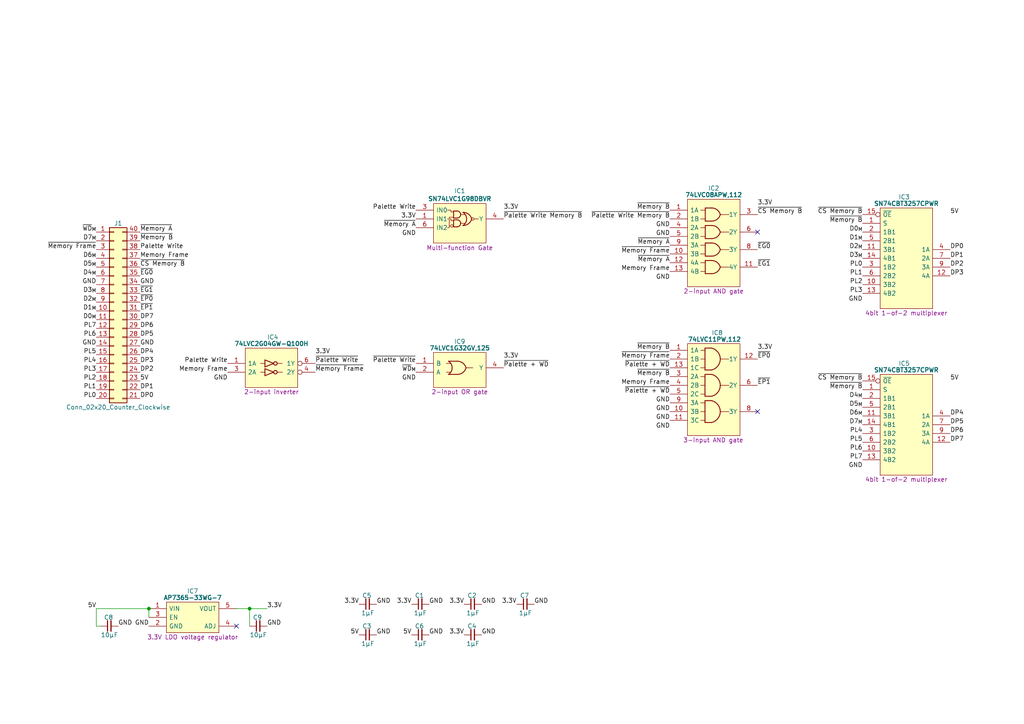
<source format=kicad_sch>
(kicad_sch (version 20231120) (generator "eeschema") (generator_version "8.0")
  (paper "A4")
  (title_block (title "Video Main Memory Select") (date "2024-03-06") (rev "V0"))
  (lib_symbols
    (symbol "Connector_Generic:Conn_02x20_Counter_Clockwise" (pin_names (offset 1.016) hide)
      (property "Reference" "J" (at 1.27 25.4 0))
      (property "Value" "Conn_02x20_Counter_Clockwise" (at 1.27 -27.94 0))
      (symbol "Conn_02x20_Counter_Clockwise_1_1"
        (rectangle (start -1.27 -25.273) (end 0 -25.527) (stroke (width 0.1524)))
        (rectangle (start -1.27 -22.733) (end 0 -22.987) (stroke (width 0.1524)))
        (rectangle (start -1.27 -20.193) (end 0 -20.447) (stroke (width 0.1524)))
        (rectangle (start -1.27 -17.653) (end 0 -17.907) (stroke (width 0.1524)))
        (rectangle (start -1.27 -15.113) (end 0 -15.367) (stroke (width 0.1524)))
        (rectangle (start -1.27 -12.573) (end 0 -12.827) (stroke (width 0.1524)))
        (rectangle (start -1.27 -10.033) (end 0 -10.287) (stroke (width 0.1524)))
        (rectangle (start -1.27 -7.493) (end 0 -7.747) (stroke (width 0.1524)))
        (rectangle (start -1.27 -4.953) (end 0 -5.207) (stroke (width 0.1524)))
        (rectangle (start -1.27 -2.413) (end 0 -2.667) (stroke (width 0.1524)))
        (rectangle (start -1.27 0.127) (end 0 -0.127) (stroke (width 0.1524)))
        (rectangle (start -1.27 2.667) (end 0 2.413) (stroke (width 0.1524)))
        (rectangle (start -1.27 5.207) (end 0 4.953) (stroke (width 0.1524)))
        (rectangle (start -1.27 7.747) (end 0 7.493) (stroke (width 0.1524)))
        (rectangle (start -1.27 10.287) (end 0 10.033) (stroke (width 0.1524)))
        (rectangle (start -1.27 12.827) (end 0 12.573) (stroke (width 0.1524)))
        (rectangle (start -1.27 15.367) (end 0 15.113) (stroke (width 0.1524)))
        (rectangle (start -1.27 17.907) (end 0 17.653) (stroke (width 0.1524)))
        (rectangle (start -1.27 20.447) (end 0 20.193) (stroke (width 0.1524)))
        (rectangle (start -1.27 22.987) (end 0 22.733) (stroke (width 0.1524)))
        (rectangle (start -1.27 24.13) (end 3.81 -26.67) (stroke (width 0.254)) (fill (type background)))
        (rectangle (start 3.81 -25.273) (end 2.54 -25.527) (stroke (width 0.1524)))
        (rectangle (start 3.81 -22.733) (end 2.54 -22.987) (stroke (width 0.1524)))
        (rectangle (start 3.81 -20.193) (end 2.54 -20.447) (stroke (width 0.1524)))
        (rectangle (start 3.81 -17.653) (end 2.54 -17.907) (stroke (width 0.1524)))
        (rectangle (start 3.81 -15.113) (end 2.54 -15.367) (stroke (width 0.1524)))
        (rectangle (start 3.81 -12.573) (end 2.54 -12.827) (stroke (width 0.1524)))
        (rectangle (start 3.81 -10.033) (end 2.54 -10.287) (stroke (width 0.1524)))
        (rectangle (start 3.81 -7.493) (end 2.54 -7.747) (stroke (width 0.1524)))
        (rectangle (start 3.81 -4.953) (end 2.54 -5.207) (stroke (width 0.1524)))
        (rectangle (start 3.81 -2.413) (end 2.54 -2.667) (stroke (width 0.1524)))
        (rectangle (start 3.81 0.127) (end 2.54 -0.127) (stroke (width 0.1524)))
        (rectangle (start 3.81 2.667) (end 2.54 2.413) (stroke (width 0.1524)))
        (rectangle (start 3.81 5.207) (end 2.54 4.953) (stroke (width 0.1524)))
        (rectangle (start 3.81 7.747) (end 2.54 7.493) (stroke (width 0.1524)))
        (rectangle (start 3.81 10.287) (end 2.54 10.033) (stroke (width 0.1524)))
        (rectangle (start 3.81 12.827) (end 2.54 12.573) (stroke (width 0.1524)))
        (rectangle (start 3.81 15.367) (end 2.54 15.113) (stroke (width 0.1524)))
        (rectangle (start 3.81 17.907) (end 2.54 17.653) (stroke (width 0.1524)))
        (rectangle (start 3.81 20.447) (end 2.54 20.193) (stroke (width 0.1524)))
        (rectangle (start 3.81 22.987) (end 2.54 22.733) (stroke (width 0.1524)))
        (pin passive line (at -5.08 22.86 0) (length 3.81) (name "Pin_1") (number "1"))
        (pin passive line (at -5.08 0 0) (length 3.81) (name "Pin_10") (number "10"))
        (pin passive line (at -5.08 -2.54 0) (length 3.81) (name "Pin_11") (number "11"))
        (pin passive line (at -5.08 -5.08 0) (length 3.81) (name "Pin_12") (number "12"))
        (pin passive line (at -5.08 -7.62 0) (length 3.81) (name "Pin_13") (number "13"))
        (pin passive line (at -5.08 -10.16 0) (length 3.81) (name "Pin_14") (number "14"))
        (pin passive line (at -5.08 -12.7 0) (length 3.81) (name "Pin_15") (number "15"))
        (pin passive line (at -5.08 -15.24 0) (length 3.81) (name "Pin_16") (number "16"))
        (pin passive line (at -5.08 -17.78 0) (length 3.81) (name "Pin_17") (number "17"))
        (pin passive line (at -5.08 -20.32 0) (length 3.81) (name "Pin_18") (number "18"))
        (pin passive line (at -5.08 -22.86 0) (length 3.81) (name "Pin_19") (number "19"))
        (pin passive line (at -5.08 20.32 0) (length 3.81) (name "Pin_2") (number "2"))
        (pin passive line (at -5.08 -25.4 0) (length 3.81) (name "Pin_20") (number "20"))
        (pin passive line (at 7.62 -25.4 180) (length 3.81) (name "Pin_21") (number "21"))
        (pin passive line (at 7.62 -22.86 180) (length 3.81) (name "Pin_22") (number "22"))
        (pin passive line (at 7.62 -20.32 180) (length 3.81) (name "Pin_23") (number "23"))
        (pin passive line (at 7.62 -17.78 180) (length 3.81) (name "Pin_24") (number "24"))
        (pin passive line (at 7.62 -15.24 180) (length 3.81) (name "Pin_25") (number "25"))
        (pin passive line (at 7.62 -12.7 180) (length 3.81) (name "Pin_26") (number "26"))
        (pin passive line (at 7.62 -10.16 180) (length 3.81) (name "Pin_27") (number "27"))
        (pin passive line (at 7.62 -7.62 180) (length 3.81) (name "Pin_28") (number "28"))
        (pin passive line (at 7.62 -5.08 180) (length 3.81) (name "Pin_29") (number "29"))
        (pin passive line (at -5.08 17.78 0) (length 3.81) (name "Pin_3") (number "3"))
        (pin passive line (at 7.62 -2.54 180) (length 3.81) (name "Pin_30") (number "30"))
        (pin passive line (at 7.62 0 180) (length 3.81) (name "Pin_31") (number "31"))
        (pin passive line (at 7.62 2.54 180) (length 3.81) (name "Pin_32") (number "32"))
        (pin passive line (at 7.62 5.08 180) (length 3.81) (name "Pin_33") (number "33"))
        (pin passive line (at 7.62 7.62 180) (length 3.81) (name "Pin_34") (number "34"))
        (pin passive line (at 7.62 10.16 180) (length 3.81) (name "Pin_35") (number "35"))
        (pin passive line (at 7.62 12.7 180) (length 3.81) (name "Pin_36") (number "36"))
        (pin passive line (at 7.62 15.24 180) (length 3.81) (name "Pin_37") (number "37"))
        (pin passive line (at 7.62 17.78 180) (length 3.81) (name "Pin_38") (number "38"))
        (pin passive line (at 7.62 20.32 180) (length 3.81) (name "Pin_39") (number "39"))
        (pin passive line (at -5.08 15.24 0) (length 3.81) (name "Pin_4") (number "4"))
        (pin passive line (at 7.62 22.86 180) (length 3.81) (name "Pin_40") (number "40"))
        (pin passive line (at -5.08 12.7 0) (length 3.81) (name "Pin_5") (number "5"))
        (pin passive line (at -5.08 10.16 0) (length 3.81) (name "Pin_6") (number "6"))
        (pin passive line (at -5.08 7.62 0) (length 3.81) (name "Pin_7") (number "7"))
        (pin passive line (at -5.08 5.08 0) (length 3.81) (name "Pin_8") (number "8"))
        (pin passive line (at -5.08 2.54 0) (length 3.81) (name "Pin_9") (number "9"))
      )
    )
    (symbol "Diodes_Inc:AP7365-33WG-7" (pin_names (offset 0.762))
      (property "Reference" "IC" (at 12.7 5.08 0))
      (property "Value" "AP7365-33WG-7" (at 12.7 3.175 0))
      (property "Description" "3.3V LDO voltage regulator" (at 12.7 -8.255 0))
      (symbol "AP7365-33WG-7_0_0"
        (pin passive line (at 0 0 0) (length 5.08) (name "VIN") (number "1"))
        (pin passive line (at 0 -5.08 0) (length 5.08) (name "GND") (number "2"))
        (pin input line (at 0 -2.54 0) (length 5.08) (name "EN") (number "3"))
        (pin passive line (at 25.4 -5.08 180) (length 5.08) (name "ADJ") (number "4"))
        (pin passive line (at 25.4 0 180) (length 5.08) (name "VOUT") (number "5"))
      )
      (symbol "AP7365-33WG-7_0_1"
        (polyline (pts (xy 5.08 1.905) (xy 20.32 1.905) (xy 20.32 -6.985) (xy 5.08 -6.985) (xy 5.08 1.905)) (fill (type background)))
      )
    )
    (symbol "HCP65:C_0805" (pin_numbers hide) (pin_names (offset 0.254) hide)
      (property "Reference" "C" (at 2.286 2.54 0))
      (property "Value" "?μF" (at 2.54 -2.54 0))
      (symbol "C_0805_0_1"
        (polyline (pts (xy 1.9685 -1.4605) (xy 1.9685 1.5875)) (stroke (width 0.3048)))
        (polyline (pts (xy 2.9845 -1.4605) (xy 2.9845 1.5875)) (stroke (width 0.3302)))
      )
      (symbol "C_0805_1_1"
        (pin passive line (at 0 0 0) (length 2.032) (name "~") (number "1"))
        (pin passive line (at 5.08 0 180) (length 2.032) (name "~") (number "2"))
      )
    )
    (symbol "Nexperia:74LVC08APW,112" (pin_names (offset 0.762))
      (property "Reference" "IC" (at 12.7 6.35 0))
      (property "Value" "74LVC08APW,112" (at 12.7 4.445 0))
      (property "Description" "2-input AND gate" (at 12.7 -23.495 0))
      (symbol "74LVC08APW,112_0_0"
        (pin input line (at 0 0 0) (length 5.08) (name "1A") (number "1"))
        (pin input line (at 0 -12.7 0) (length 5.08) (name "3B") (number "10"))
        (pin output line (at 25.4 -16.51 180) (length 5.08) (name "4Y") (number "11"))
        (pin input line (at 0 -15.24 0) (length 5.08) (name "4A") (number "12"))
        (pin input line (at 0 -17.78 0) (length 5.08) (name "4B") (number "13"))
        (pin passive line (at 25.4 1.27 180) (length 5.08) hide (name "3V") (number "14"))
        (pin input line (at 0 -2.54 0) (length 5.08) (name "1B") (number "2"))
        (pin passive line (at 25.4 -1.27 180) (length 5.08) (name "1Y") (number "3"))
        (pin input line (at 0 -5.08 0) (length 5.08) (name "2A") (number "4"))
        (pin input line (at 0 -7.62 0) (length 5.08) (name "2B") (number "5"))
        (pin output line (at 25.4 -6.35 180) (length 5.08) (name "2Y") (number "6"))
        (pin passive line (at 0 -20.32 0) (length 5.08) hide (name "GND") (number "7"))
        (pin output line (at 25.4 -11.43 180) (length 5.08) (name "3Y") (number "8"))
        (pin input line (at 0 -10.16 0) (length 5.08) (name "3A") (number "9"))
      )
      (symbol "74LVC08APW,112_0_1"
        (polyline (pts (xy 8.89 -17.78) (xy 10.1599 -17.78)))
        (polyline (pts (xy 8.89 -15.24) (xy 10.1599 -15.24)))
        (polyline (pts (xy 8.89 -12.7) (xy 10.1599 -12.7)))
        (polyline (pts (xy 8.89 -10.16) (xy 10.1599 -10.16)))
        (polyline (pts (xy 8.89 -7.62) (xy 10.1599 -7.62)))
        (polyline (pts (xy 8.89 -5.08) (xy 10.1599 -5.08)))
        (polyline (pts (xy 8.89 -2.54) (xy 10.1599 -2.54)))
        (polyline (pts (xy 8.89 0) (xy 10.1599 0)))
        (polyline (pts (xy 10.248 -14.605) (xy 10.248 -18.415)) (stroke (width 0.254)) (fill (type background)))
        (polyline (pts (xy 10.248 -9.525) (xy 10.248 -13.335)) (stroke (width 0.254)) (fill (type background)))
        (polyline (pts (xy 10.248 -4.445) (xy 10.248 -8.255)) (stroke (width 0.254)) (fill (type background)))
        (polyline (pts (xy 10.248 0.635) (xy 10.248 -3.175)) (stroke (width 0.254)) (fill (type background)))
        (polyline (pts (xy 12.065 -18.415) (xy 10.248 -18.415)) (stroke (width 0.254)) (fill (type background)))
        (polyline (pts (xy 12.065 -14.605) (xy 10.248 -14.605)) (stroke (width 0.254)) (fill (type background)))
        (polyline (pts (xy 12.065 -13.335) (xy 10.248 -13.335)) (stroke (width 0.254)) (fill (type background)))
        (polyline (pts (xy 12.065 -9.525) (xy 10.248 -9.525)) (stroke (width 0.254)) (fill (type background)))
        (polyline (pts (xy 12.065 -8.255) (xy 10.248 -8.255)) (stroke (width 0.254)) (fill (type background)))
        (polyline (pts (xy 12.065 -4.445) (xy 10.248 -4.445)) (stroke (width 0.254)) (fill (type background)))
        (polyline (pts (xy 12.065 -3.175) (xy 10.248 -3.175)) (stroke (width 0.254)) (fill (type background)))
        (polyline (pts (xy 12.065 0.635) (xy 10.248 0.635)) (stroke (width 0.254)) (fill (type background)))
        (polyline (pts (xy 14.605 -16.51) (xy 17.145 -16.51)))
        (polyline (pts (xy 14.605 -11.43) (xy 17.145 -11.43)))
        (polyline (pts (xy 14.605 -6.35) (xy 17.145 -6.35)))
        (polyline (pts (xy 14.605 -1.27) (xy 17.145 -1.27)))
        (polyline (pts (xy 5.08 3.175) (xy 20.32 3.175) (xy 20.32 -22.225) (xy 5.08 -22.225) (xy 5.08 3.175)) (stroke (width 0.1524)) (fill (type background)))
        (arc (start 12.065 -18.415) (mid 13.6634 -17.9004) (end 14.605 -16.51) (stroke (width 0.254)))
        (arc (start 12.065 -13.335) (mid 13.6634 -12.8204) (end 14.605 -11.43) (stroke (width 0.254)))
        (arc (start 12.065 -8.255) (mid 13.6634 -7.7404) (end 14.605 -6.35) (stroke (width 0.254)))
        (arc (start 12.065 -3.175) (mid 13.6634 -2.6604) (end 14.605 -1.27) (stroke (width 0.254)))
        (arc (start 14.605 -16.51) (mid 13.6646 -15.118) (end 12.065 -14.605) (stroke (width 0.254)))
        (arc (start 14.605 -11.43) (mid 13.6646 -10.038) (end 12.065 -9.525) (stroke (width 0.254)))
        (arc (start 14.605 -6.35) (mid 13.6646 -4.958) (end 12.065 -4.445) (stroke (width 0.254)))
        (arc (start 14.605 -1.27) (mid 13.6646 0.122) (end 12.065 0.635) (stroke (width 0.254)))
      )
    )
    (symbol "Nexperia:74LVC11PW,112" (pin_names (offset 0.762))
      (property "Reference" "IC" (at 12.065 5.08 0))
      (property "Value" "74LVC11PW,112" (at 5.08 3.175 0))
      (property "Description" "3-input AND gate" (at 3.81 -26.035 0))
      (symbol "74LVC11PW,112_0_0"
        (pin passive line (at 0 0 0) (length 5.08) (name "1A") (number "1"))
        (pin passive line (at 0 -17.78 0) (length 5.08) (name "3B") (number "10"))
        (pin passive line (at 0 -20.32 0) (length 5.08) (name "3C") (number "11"))
        (pin passive line (at 25.4 -2.54 180) (length 5.08) (name "1Y") (number "12"))
        (pin passive line (at 0 -5.08 0) (length 5.08) (name "1C") (number "13"))
        (pin passive line (at 25.4 0 180) (length 5.08) hide (name "3V") (number "14"))
        (pin passive line (at 0 -2.54 0) (length 5.08) (name "1B") (number "2"))
        (pin passive line (at 0 -7.62 0) (length 5.08) (name "2A") (number "3"))
        (pin passive line (at 0 -10.16 0) (length 5.08) (name "2B") (number "4"))
        (pin passive line (at 0 -12.7 0) (length 5.08) (name "2C") (number "5"))
        (pin passive line (at 25.4 -10.16 180) (length 5.08) (name "2Y") (number "6"))
        (pin passive line (at 0 -22.86 0) (length 5.08) hide (name "GND") (number "7"))
        (pin passive line (at 25.4 -17.78 180) (length 5.08) (name "3Y") (number "8"))
        (pin passive line (at 0 -15.24 0) (length 5.08) (name "3A") (number "9"))
      )
      (symbol "74LVC11PW,112_0_1"
        (polyline (pts (xy 8.89 -20.32) (xy 10.1599 -20.32)))
        (polyline (pts (xy 8.89 -17.78) (xy 10.1599 -17.78)))
        (polyline (pts (xy 8.89 -15.24) (xy 10.1599 -15.24)))
        (polyline (pts (xy 8.89 -12.7) (xy 10.1599 -12.7)))
        (polyline (pts (xy 8.89 -10.16) (xy 10.1599 -10.16)))
        (polyline (pts (xy 8.89 -7.62) (xy 10.1599 -7.62)))
        (polyline (pts (xy 8.89 -5.08) (xy 10.1599 -5.08)))
        (polyline (pts (xy 8.89 -2.54) (xy 10.1599 -2.54)))
        (polyline (pts (xy 8.89 0) (xy 10.1599 0)))
        (polyline (pts (xy 10.16 -14.605) (xy 10.16 -20.955)) (stroke (width 0.254)) (fill (type background)))
        (polyline (pts (xy 10.16 -6.985) (xy 10.16 -13.335)) (stroke (width 0.254)) (fill (type background)))
        (polyline (pts (xy 10.16 0.635) (xy 10.16 -5.715)) (stroke (width 0.254)) (fill (type background)))
        (polyline (pts (xy 12.065 -20.955) (xy 10.248 -20.955)) (stroke (width 0.254)) (fill (type background)))
        (polyline (pts (xy 12.065 -14.605) (xy 10.248 -14.605)) (stroke (width 0.254)) (fill (type background)))
        (polyline (pts (xy 12.065 -13.335) (xy 10.248 -13.335)) (stroke (width 0.254)) (fill (type background)))
        (polyline (pts (xy 12.065 -6.985) (xy 10.248 -6.985)) (stroke (width 0.254)) (fill (type background)))
        (polyline (pts (xy 12.065 -5.715) (xy 10.248 -5.715)) (stroke (width 0.254)) (fill (type background)))
        (polyline (pts (xy 12.065 0.635) (xy 10.248 0.635)) (stroke (width 0.254)) (fill (type background)))
        (polyline (pts (xy 14.605 -17.78) (xy 17.145 -17.78)))
        (polyline (pts (xy 14.605 -10.16) (xy 17.145 -10.16)))
        (polyline (pts (xy 14.605 -2.54) (xy 17.057 -2.54)))
        (polyline (pts (xy 5.08 1.905) (xy 20.32 1.905) (xy 20.32 -24.765) (xy 5.08 -24.765) (xy 5.08 1.905)) (stroke (width 0.1524)) (fill (type background)))
        (arc (start 12.065 -20.955) (mid 13.8808 -19.8042) (end 14.605 -17.78) (stroke (width 0.254)))
        (arc (start 12.065 -13.335) (mid 13.8808 -12.1842) (end 14.605 -10.16) (stroke (width 0.254)))
        (arc (start 12.065 -5.715) (mid 13.881 -4.5643) (end 14.605 -2.54) (stroke (width 0.254)))
        (arc (start 14.605 -17.78) (mid 13.8821 -15.7549) (end 12.065 -14.605) (stroke (width 0.254)))
        (arc (start 14.605 -10.16) (mid 13.8821 -8.1349) (end 12.065 -6.985) (stroke (width 0.254)))
        (arc (start 14.605 -2.54) (mid 13.8822 -0.5148) (end 12.065 0.635) (stroke (width 0.254)))
      )
    )
    (symbol "Nexperia:74LVC1G32GV,125" (pin_names (offset 0.762))
      (property "Reference" "IC" (at 12.7 6.35 0))
      (property "Value" "74LVC1G32GV,125" (at 12.7 4.445 0))
      (property "Description" "2-input OR gate" (at 12.7 -8.255 0))
      (symbol "74LVC1G32GV,125_0_0"
        (pin input line (at 0 0 0) (length 5.08) (name "B") (number "1"))
        (pin input line (at 0 -2.54 0) (length 5.08) (name "A") (number "2"))
        (pin passive line (at 0 -5.08 0) (length 5.08) hide (name "GND") (number "3"))
        (pin output line (at 25.4 -1.27 180) (length 5.08) (name "Y") (number "4"))
        (pin passive line (at 25.4 1.27 180) (length 5.08) hide (name "3V") (number "5"))
      )
      (symbol "74LVC1G32GV,125_0_1"
        (polyline (pts (xy 8.802 -2.54) (xy 10.0719 -2.54)))
        (polyline (pts (xy 8.802 0) (xy 10.0719 0)))
        (polyline (pts (xy 11.977 -3.175) (xy 9.437 -3.175)) (stroke (width 0.254)) (fill (type background)))
        (polyline (pts (xy 11.977 0.635) (xy 9.437 0.635)) (stroke (width 0.254)) (fill (type background)))
        (polyline (pts (xy 14.605 -1.27) (xy 16.51 -1.27)))
        (polyline (pts (xy 5.08 3.175) (xy 20.32 3.175) (xy 20.32 -6.985) (xy 5.08 -6.985) (xy 5.08 3.175)) (stroke (width 0.1524)) (fill (type background)))
        (arc (start 9.437 -3.175) (mid 10.4969 -1.27) (end 9.437 0.635) (stroke (width 0.254)))
        (arc (start 11.977 -3.175) (mid 13.5751 -2.6601) (end 14.517 -1.27) (stroke (width 0.254)))
        (arc (start 14.517 -1.27) (mid 13.5761 0.1213) (end 11.977 0.635) (stroke (width 0.254)))
      )
    )
    (symbol "Nexperia:74LVC2G04GW-Q100H" (pin_names (offset 0.762))
      (property "Reference" "IC" (at 11.43 7.62 0))
      (property "Value" "74LVC2G04GW-Q100H" (at 12.7 5.715 0))
      (property "Description" "2-input inverter" (at 12.7 -8.255 0))
      (symbol "74LVC2G04GW-Q100H_0_0"
        (pin input line (at 0 0 0) (length 5.08) (name "1A") (number "1"))
        (pin passive line (at 0 -5.08 0) (length 5.08) hide (name "GND") (number "2"))
        (pin input line (at 0 -2.54 0) (length 5.08) (name "2A") (number "3"))
        (pin output inverted (at 25.4 -2.54 180) (length 5.08) (name "2Y") (number "4"))
        (pin passive line (at 25.4 2.54 180) (length 5.08) hide (name "3V") (number "5"))
        (pin output inverted (at 25.4 0 180) (length 5.08) (name "1Y") (number "6"))
      )
      (symbol "74LVC2G04GW-Q100H_0_1"
        (polyline (pts (xy 9.525 -2.54) (xy 10.7949 -2.54)))
        (polyline (pts (xy 9.525 0) (xy 10.7949 0)))
        (polyline (pts (xy 14.351 -2.54) (xy 15.875 -2.54)))
        (polyline (pts (xy 14.351 0) (xy 15.875 0)))
        (polyline (pts (xy 10.795 -3.556) (xy 13.335 -2.54) (xy 10.795 -1.524)) (stroke (width 0.254)))
        (polyline (pts (xy 10.795 -1.016) (xy 13.335 0) (xy 10.795 1.016)) (stroke (width 0.254)))
        (polyline (pts (xy 5.08 4.445) (xy 20.32 4.445) (xy 20.32 -6.985) (xy 5.08 -6.985) (xy 5.08 4.445)) (stroke (width 0.1524)) (fill (type background)))
        (rectangle (start 10.795 -1.524) (end 10.795 -3.556) (stroke (width 0.254)) (fill (type background)))
        (rectangle (start 10.795 1.016) (end 10.795 -1.016) (stroke (width 0.254)) (fill (type background)))
        (circle (center 13.843 -2.54) (radius 0.508) (stroke (width 0.254)))
        (circle (center 13.843 0) (radius 0.508) (stroke (width 0.254)))
      )
    )
    (symbol "Texas_Instruments:SN74CBT3257CPWR" (pin_names (offset 0.762))
      (property "Reference" "IC" (at 12.065 5.08 0))
      (property "Value" "SN74CBT3257CPWR" (at 12.7 3.175 0))
      (property "Description" "4bit 1-of-2 multiplexer" (at 12.7 -28.575 0))
      (symbol "SN74CBT3257CPWR_0_0"
        (pin input line (at 0 -2.54 0) (length 5.08) (name "S") (number "1"))
        (pin passive line (at 0 -25.4 0) (length 5.08) hide (name "GND") (number "8"))
      )
      (symbol "SN74CBT3257CPWR_0_1"
        (polyline (pts (xy 5.08 1.905) (xy 20.32 1.905) (xy 20.32 -27.305) (xy 5.08 -27.305) (xy 5.08 1.905)) (stroke (width 0.1524)) (fill (type background)))
      )
      (symbol "SN74CBT3257CPWR_1_0"
        (pin tri_state line (at 0 -20.32 0) (length 5.08) (name "3B2") (number "10"))
        (pin tri_state line (at 0 -10.16 0) (length 5.08) (name "3B1") (number "11"))
        (pin tri_state line (at 25.4 -17.78 180) (length 5.08) (name "4A") (number "12"))
        (pin tri_state line (at 0 -22.86 0) (length 5.08) (name "4B2") (number "13"))
        (pin tri_state line (at 0 -12.7 0) (length 5.08) (name "4B1") (number "14"))
        (pin input inverted (at 0 0 0) (length 5.08) (name "~{OE}") (number "15"))
        (pin passive line (at 25.4 0 180) (length 5.08) hide (name "5V") (number "16"))
        (pin tri_state line (at 0 -5.08 0) (length 5.08) (name "1B1") (number "2"))
        (pin tri_state line (at 0 -15.24 0) (length 5.08) (name "1B2") (number "3"))
        (pin tri_state line (at 25.4 -10.16 180) (length 5.08) (name "1A") (number "4"))
        (pin tri_state line (at 0 -7.62 0) (length 5.08) (name "2B1") (number "5"))
        (pin tri_state line (at 0 -17.78 0) (length 5.08) (name "2B2") (number "6"))
        (pin tri_state line (at 25.4 -12.7 180) (length 5.08) (name "2A") (number "7"))
        (pin tri_state line (at 25.4 -15.24 180) (length 5.08) (name "3A") (number "9"))
      )
    )
    (symbol "Texas_Instruments:SN74LVC1G98DBVR" (pin_names (offset 0.762))
      (property "Reference" "IC" (at 12.7 5.588 0))
      (property "Value" "SN74LVC1G98DBVR" (at 12.7 3.302 0))
      (property "Description" "Multi-function Gate" (at 12.7 -10.922 0))
      (symbol "SN74LVC1G98DBVR_0_1"
        (polyline (pts (xy 9.652 -4.572) (xy 9.652 -2.794)))
        (polyline (pts (xy 9.652 -4.572) (xy 9.906 -4.572)))
        (polyline (pts (xy 9.652 -2.54) (xy 9.652 -2.54)))
        (polyline (pts (xy 9.652 -2.032) (xy 9.652 -2.286)))
        (polyline (pts (xy 9.652 -2.032) (xy 10.9219 -2.032)))
        (polyline (pts (xy 10.16 -3.048) (xy 10.16 -2.54)))
        (polyline (pts (xy 10.16 -3.048) (xy 10.9219 -3.048)))
        (polyline (pts (xy 10.16 -2.54) (xy 9.144 -2.54)))
        (polyline (pts (xy 10.16 -0.508) (xy 10.9219 -0.508)))
        (polyline (pts (xy 10.922 -4.826) (xy 11.938 -4.826)) (stroke (width 0.254)) (fill (type background)))
        (polyline (pts (xy 10.922 -2.794) (xy 10.922 -4.826)) (stroke (width 0.254)) (fill (type background)))
        (polyline (pts (xy 10.922 -2.794) (xy 11.938 -2.794)) (stroke (width 0.254)) (fill (type background)))
        (polyline (pts (xy 10.922 -2.286) (xy 11.938 -2.286)) (stroke (width 0.254)) (fill (type background)))
        (polyline (pts (xy 10.922 -0.254) (xy 10.922 -2.286)) (stroke (width 0.254)) (fill (type background)))
        (polyline (pts (xy 10.922 -0.254) (xy 11.938 -0.254)) (stroke (width 0.254)) (fill (type background)))
        (polyline (pts (xy 12.954 -3.81) (xy 14.224 -3.81)))
        (polyline (pts (xy 12.954 -1.27) (xy 14.224 -1.27)))
        (polyline (pts (xy 17.018 -2.54) (xy 18.161 -2.54)))
        (polyline (pts (xy 9.652 -4.572) (xy 9.652 -5.08) (xy 9.144 -5.08)))
        (polyline (pts (xy 10.16 -0.508) (xy 10.16 0) (xy 9.144 0)))
        (circle (center 10.414 -4.572) (radius 0.3592))
        (arc (start 11.9406 -4.8286) (mid 12.6583 -4.5303) (end 12.9566 -3.8126) (stroke (width 0.254)))
        (arc (start 11.9406 -2.2886) (mid 12.6583 -1.9903) (end 12.9566 -1.2726) (stroke (width 0.254)))
        (arc (start 12.9566 -3.8074) (mid 12.6583 -3.0897) (end 11.9406 -2.7914) (stroke (width 0.254)))
        (arc (start 12.9566 -1.2674) (mid 12.6583 -0.5497) (end 11.9406 -0.2514) (stroke (width 0.254)))
        (arc (start 13.628 -4.445) (mid 14.6879 -2.54) (end 13.628 -0.635) (stroke (width 0.254)))
        (arc (start 13.628 -4.445) (mid 15.2264 -3.9304) (end 16.168 -2.54) (stroke (width 0.254)))
        (arc (start 16.168 -2.54) (mid 15.2271 -1.1487) (end 13.628 -0.635) (stroke (width 0.254)))
        (circle (center 16.51 -2.54) (radius 0.3592))
      )
      (symbol "SN74LVC1G98DBVR_1_0"
        (pin input line (at 0 -2.54 0) (length 5.08) (name "IN1") (number "1"))
        (pin passive line (at 0 -7.62 0) (length 5.08) hide (name "GND") (number "2"))
        (pin input line (at 0 0 0) (length 5.08) (name "IN0") (number "3"))
        (pin output line (at 25.4 -2.54 180) (length 5.08) (name "Y") (number "4"))
        (pin passive line (at 25.4 0 180) (length 5.08) hide (name "3V") (number "5"))
        (pin input line (at 0 -5.08 0) (length 5.08) (name "IN2") (number "6"))
      )
      (symbol "SN74LVC1G98DBVR_1_1"
        (polyline (pts (xy 5.08 1.905) (xy 20.32 1.905) (xy 20.32 -9.525) (xy 5.08 -9.525) (xy 5.08 1.905)) (stroke (width 0.1524)) (fill (type background)))
      )
    )
  )
  (junction (at 43.18 176.53))
  (junction (at 72.39 176.53))
  (no_connect (at 219.71 119.38))
  (no_connect (at 68.58 181.61))
  (no_connect (at 219.71 67.31))
  (wire (pts (xy 72.39 181.61) (xy 72.39 176.53)))
  (wire (pts (xy 27.94 176.53) (xy 43.18 176.53)))
  (wire (pts (xy 43.18 176.53) (xy 43.18 179.07)))
  (wire (pts (xy 68.58 176.53) (xy 72.39 176.53)))
  (wire (pts (xy 27.94 176.53) (xy 27.94 181.61)))
  (wire (pts (xy 27.94 181.61) (xy 29.21 181.61)))
  (wire (pts (xy 72.39 176.53) (xy 77.47 176.53)))
  (label "D4_{M}" (at 27.94 80.01 180))
  (label "PL5" (at 27.94 102.87 180))
  (label "Palette Write" (at 120.65 60.96 180))
  (label "~{EG0}" (at 40.64 80.01 0))
  (label "PL6" (at 27.94 97.79 180))
  (label "DP6" (at 275.59 125.73 0))
  (label "PL7" (at 27.94 95.25 180))
  (label "D6_{M}" (at 250.19 120.65 180))
  (label "~{EG1}" (at 219.71 77.47 0))
  (label "~{Palette Write Memory B}" (at 146.05 63.5 0))
  (label "DP0" (at 275.59 72.39 0))
  (label "PL1" (at 250.19 80.01 180))
  (label "GND" (at 139.7 175.26 0))
  (label "DP1" (at 275.59 74.93 0))
  (label "~{Memory Frame}" (at 91.44 107.95 0))
  (label "GND" (at 250.19 135.89 180))
  (label "3.3V" (at 146.05 60.96 0))
  (label "~{CS Memory B}" (at 250.19 110.49 180))
  (label "GND" (at 139.7 184.15 0))
  (label "D3_{M}" (at 27.94 85.09 180))
  (label "5V" (at 104.14 184.15 180))
  (label "GND" (at 77.47 181.61 0))
  (label "5V" (at 275.59 62.23 0))
  (label "DP5" (at 40.64 97.79 0))
  (label "GND" (at 194.31 66.04 180))
  (label "3.3V" (at 219.71 59.69 0))
  (label "DP4" (at 275.59 120.65 0))
  (label "~{EP1}" (at 219.71 111.76 0))
  (label "PL3" (at 27.94 107.95 180))
  (label "DP2" (at 275.59 77.47 0))
  (label "~{Memory Frame}" (at 194.31 104.14 180))
  (label "3.3V" (at 91.44 102.87 0))
  (label "~{Memory B}" (at 194.31 101.6 180))
  (label "5V" (at 119.38 184.15 180))
  (label "GND" (at 34.29 181.61 0))
  (label "5V" (at 27.94 176.53 180))
  (label "PL0" (at 27.94 115.57 180))
  (label "~{Palette + WD}" (at 194.31 106.68 180))
  (label "3.3V" (at 219.71 101.6 0))
  (label "~{Memory A}" (at 120.65 66.04 180))
  (label "PL5" (at 250.19 128.27 180))
  (label "GND" (at 109.22 175.26 0))
  (label "~{EP0}" (at 40.64 87.63 0))
  (label "~{Palette Write Memory B}" (at 194.31 63.5 180))
  (label "DP5" (at 275.59 123.19 0))
  (label "GND" (at 43.18 181.61 180))
  (label "PL2" (at 250.19 82.55 180))
  (label "PL4" (at 27.94 105.41 180))
  (label "GND" (at 194.31 124.46 180))
  (label "GND" (at 194.31 116.84 180))
  (label "GND" (at 40.64 100.33 0))
  (label "D4_{M}" (at 250.19 115.57 180))
  (label "GND" (at 194.31 119.38 180))
  (label "3.3V" (at 134.62 184.15 180))
  (label "D7_{M}" (at 250.19 123.19 180))
  (label "~{Memory Frame}" (at 27.94 72.39 180))
  (label "~{Memory B}" (at 250.19 64.77 180))
  (label "~{WD}_{M}" (at 120.65 107.95 180))
  (label "~{CS Memory B}" (at 40.64 77.47 0))
  (label "~{WD}_{M}" (at 27.94 67.31 180))
  (label "5V" (at 275.59 110.49 0))
  (label "GND" (at 40.64 82.55 0))
  (label "Memory Frame" (at 66.04 107.95 180))
  (label "GND" (at 109.22 184.15 0))
  (label "3.3V" (at 149.86 175.26 180))
  (label "D5_{M}" (at 27.94 77.47 180))
  (label "Palette Write" (at 66.04 105.41 180))
  (label "~{Memory Frame}" (at 194.31 73.66 180))
  (label "DP1" (at 40.64 113.03 0))
  (label "3.3V" (at 104.14 175.26 180))
  (label "Palette Write" (at 40.64 72.39 0))
  (label "D0_{M}" (at 27.94 92.71 180))
  (label "D1_{M}" (at 250.19 69.85 180))
  (label "D1_{M}" (at 27.94 90.17 180))
  (label "~{EP0}" (at 219.71 104.14 0))
  (label "~{EP1}" (at 40.64 90.17 0))
  (label "DP7" (at 275.59 128.27 0))
  (label "DP7" (at 40.64 92.71 0))
  (label "D5_{M}" (at 250.19 118.11 180))
  (label "~{Memory B}" (at 194.31 60.96 180))
  (label "GND" (at 66.04 110.49 180))
  (label "GND" (at 194.31 68.58 180))
  (label "GND" (at 27.94 100.33 180))
  (label "3.3V" (at 134.62 175.26 180))
  (label "3.3V" (at 119.38 175.26 180))
  (label "3.3V" (at 146.05 104.14 0))
  (label "~{Memory A}" (at 40.64 67.31 0))
  (label "3.3V" (at 120.65 63.5 180))
  (label "DP2" (at 40.64 107.95 0))
  (label "~{Memory B}" (at 194.31 109.22 180))
  (label "~{Memory B}" (at 250.19 113.03 180))
  (label "DP3" (at 275.59 80.01 0))
  (label "DP0" (at 40.64 115.57 0))
  (label "PL7" (at 250.19 133.35 180))
  (label "~{Memory B}" (at 40.64 69.85 0))
  (label "DP3" (at 40.64 105.41 0))
  (label "3.3V" (at 77.47 176.53 0))
  (label "D7_{M}" (at 27.94 69.85 180))
  (label "~{Palette + WD}" (at 194.31 114.3 180))
  (label "GND" (at 250.19 87.63 180))
  (label "GND" (at 194.31 121.92 180))
  (label "5V" (at 40.64 110.49 0))
  (label "D2_{M}" (at 250.19 72.39 180))
  (label "DP4" (at 40.64 102.87 0))
  (label "Memory Frame" (at 40.64 74.93 0))
  (label "GND" (at 120.65 68.58 180))
  (label "GND" (at 124.46 175.26 0))
  (label "PL6" (at 250.19 130.81 180))
  (label "~{Palette + WD}" (at 146.05 106.68 0))
  (label "~{CS Memory B}" (at 219.71 62.23 0))
  (label "PL0" (at 250.19 77.47 180))
  (label "~{EG0}" (at 219.71 72.39 0))
  (label "GND" (at 124.46 184.15 0))
  (label "DP6" (at 40.64 95.25 0))
  (label "~{Memory A}" (at 194.31 71.12 180))
  (label "Memory Frame" (at 194.31 78.74 180))
  (label "GND" (at 120.65 110.49 180))
  (label "Memory Frame" (at 194.31 111.76 180))
  (label "D6_{M}" (at 27.94 74.93 180))
  (label "PL3" (at 250.19 85.09 180))
  (label "~{CS Memory B}" (at 250.19 62.23 180))
  (label "D3_{M}" (at 250.19 74.93 180))
  (label "GND" (at 194.31 81.28 180))
  (label "~{EG1}" (at 40.64 85.09 0))
  (label "D2_{M}" (at 27.94 87.63 180))
  (label "D0_{M}" (at 250.19 67.31 180))
  (label "~{Memory A}" (at 194.31 76.2 180))
  (label "GND" (at 154.94 175.26 0))
  (label "GND" (at 27.94 82.55 180))
  (label "PL4" (at 250.19 125.73 180))
  (label "~{Palette Write}" (at 120.65 105.41 180))
  (label "PL2" (at 27.94 110.49 180))
  (label "PL1" (at 27.94 113.03 180))
  (label "~{Palette Write}" (at 91.44 105.41 0))
  (symbol (lib_id "Nexperia:74LVC11PW,112") (at 194.31 101.6 0) (unit 1)
    (property "Reference" "IC8" (at 206.375 96.52 0) (effects (justify left)))
    (property "Value" "74LVC11PW,112" (at 199.39 98.425 0) (effects (font (bold yes)) (justify left)))
    (property "Footprint" "SamacSys_Parts:SOP65P640X110-14N" (effects (hide yes)))
    (property "Datasheet" "https://assets.nexperia.com/documents/data-sheet/74LVC11.pdf" (effects (hide yes)))
    (property "Description" "3-input AND gate" (at 198.12 127.635 0) (effects (justify left)))
    (property "Height" "1.1" (effects (hide yes)))
    (property "Mouser Part Number" "771-LVC11PW112" (effects (hide yes)))
    (property "Mouser Price/Stock" "https://www.mouser.co.uk/ProductDetail/Nexperia/74LVC11PW112?qs=me8TqzrmIYUpAtZGADtB2w%3D%3D" (effects (hide yes)))
    (property "Manufacturer_Name" "Nexperia" (effects (hide yes)))
    (property "Manufacturer_Part_Number" "74LVC11PW,112" (effects (hide yes)))
    (property "Silkscreen" "74LVC11PW" (effects (hide yes)))
    (property "Garbage" "74LVC11 - Triple 3-input AND gate@en-us" (effects (hide yes)))
  )
  (symbol (lib_id "Texas_Instruments:SN74CBT3257CPWR") (at 250.19 110.49 0) (unit 1)
    (property "Reference" "IC5" (at 262.255 105.41 0))
    (property "Value" "SN74CBT3257CPWR" (at 262.89 107.315 0) (effects (font (bold yes))))
    (property "Footprint" "SamacSys_Parts:SOP65P640X120-16N" (effects (hide yes)))
    (property "Datasheet" "http://www.ti.com/lit/gpn/sn74cbt3257c" (effects (hide yes)))
    (property "Description" "4bit 1-of-2 multiplexer" (at 262.89 139.065 0))
    (property "Height" "1.2" (effects (hide yes)))
    (property "Manufacturer_Name" "Texas Instruments" (effects (hide yes)))
    (property "Manufacturer_Part_Number" "SN74CBT3257CPWR" (effects (hide yes)))
    (property "Mouser Part Number" "595-SN74CBT3257CPWR" (effects (hide yes)))
    (property "Mouser Price/Stock" "https://www.mouser.co.uk/ProductDetail/Texas-Instruments/SN74CBT3257CPWR?qs=mE33ZKBHyE5D4NimaCu2TA%3D%3D" (effects (hide yes)))
    (property "Silkscreen" "74CBT3257" (effects (hide yes)))
    (property "Garbage" "4-Bit 1-Of-2 FET Multiplexer/Demultiplexer with -2 V Undershoot Protection" (effects (hide yes)))
  )
  (symbol (lib_id "Connector_Generic:Conn_02x20_Counter_Clockwise") (at 33.02 90.17 0) (unit 1)
    (property "Reference" "J1" (at 34.29 64.77 0))
    (property "Value" "Conn_02x20_Counter_Clockwise" (at 34.29 118.11 0))
    (property "Footprint" "SamacSys_Parts:DIP-40_Board_W15.24mm" (effects (hide yes)))
    (property "Description" "Generic connector, double row, 02x20, counter clockwise pin numbering scheme (similar to DIP package numbering), script generated (kicad-library-utils/schlib/autogen/connector/)" (effects (hide yes)))
  )
  (symbol (lib_id "Nexperia:74LVC08APW,112") (at 194.31 60.96 0) (unit 1)
    (property "Reference" "IC2" (at 207.01 54.61 0))
    (property "Value" "74LVC08APW,112" (at 207.01 56.515 0) (effects (font (bold yes))))
    (property "Footprint" "SamacSys_Parts:SOP65P640X110-14N" (effects (hide yes)))
    (property "Datasheet" "https://assets.nexperia.com/documents/data-sheet/74LVC08A.pdf" (effects (hide yes)))
    (property "Description" "2-input AND gate" (at 207.01 84.455 0))
    (property "Height" "1.1" (effects (hide yes)))
    (property "Manufacturer_Name" "Nexperia" (effects (hide yes)))
    (property "Manufacturer_Part_Number" "74LVC08APW,112" (effects (hide yes)))
    (property "Mouser Part Number" "771-74LVC08APW" (effects (hide yes)))
    (property "Mouser Price/Stock" "https://www.mouser.com/Search/Refine.aspx?Keyword=771-74LVC08APW" (effects (hide yes)))
    (property "Silkscreen" "74LVC08" (effects (hide yes)))
    (property "Garbage" "NXP 74LVC08APW,112, Quad 2-Input AND Logic Gate, 1.2  3.6 V, 14-Pin TSSOP" (effects (hide yes)))
  )
  (symbol (lib_id "Nexperia:74LVC2G04GW-Q100H") (at 66.04 105.41 0) (unit 1)
    (property "Reference" "IC4" (at 77.47 97.79 0) (effects (justify left)))
    (property "Value" "74LVC2G04GW-Q100H" (at 78.74 99.695 0) (effects (font (bold yes))))
    (property "Footprint" "SamacSys_Parts:SOP65P210X110-6N" (effects (hide yes)))
    (property "Datasheet" "https://assets.nexperia.com/documents/data-sheet/74LVC2G04_Q100.pdf" (effects (hide yes)))
    (property "Description" "2-input inverter" (at 78.74 113.665 0))
    (property "Height" "1.1" (effects (hide yes)))
    (property "Manufacturer_Name" "Nexperia" (effects (hide yes)))
    (property "Manufacturer_Part_Number" "74LVC2G04GW-Q100H" (effects (hide yes)))
    (property "Mouser Part Number" "771-74LVC2G04GWQ100H" (effects (hide yes)))
    (property "Mouser Price/Stock" "https://www.mouser.co.uk/ProductDetail/Nexperia/74LVC2G04GW-Q100H?qs=Yna0arPQ0CQTXbBDVSrZqQ%3D%3D" (effects (hide yes)))
    (property "Silkscreen" "'2G04" (effects (hide yes)))
    (property "Garbage" "74LVC2G04-Q100 - Dual inverter@en-us" (effects (hide yes)))
  )
  (symbol (lib_id "HCP65:C_0805") (at 149.86 175.26 0) (unit 1)
    (property "Reference" "C7" (at 152.146 172.72 0))
    (property "Value" "1μF" (at 152.4 177.8 0))
    (property "Footprint" "SamacSys_Parts:C_0805" (effects (hide yes)))
    (property "Garbage" "Unpolarized capacitor, small symbol" (effects (hide yes)))
  )
  (symbol (lib_id "HCP65:C_0805") (at 119.38 175.26 0) (unit 1)
    (property "Reference" "C1" (at 121.666 172.72 0))
    (property "Value" "1μF" (at 121.92 177.8 0))
    (property "Footprint" "SamacSys_Parts:C_0805" (effects (hide yes)))
    (property "Garbage" "Unpolarized capacitor, small symbol" (effects (hide yes)))
  )
  (symbol (lib_id "HCP65:C_0805") (at 134.62 184.15 0) (unit 1)
    (property "Reference" "C4" (at 136.906 181.61 0))
    (property "Value" "1μF" (at 137.16 186.69 0))
    (property "Footprint" "SamacSys_Parts:C_0805" (effects (hide yes)))
    (property "Garbage" "Unpolarized capacitor, small symbol" (effects (hide yes)))
  )
  (symbol (lib_id "HCP65:C_0805") (at 104.14 175.26 0) (unit 1)
    (property "Reference" "C5" (at 106.426 172.72 0))
    (property "Value" "1μF" (at 106.68 177.8 0))
    (property "Footprint" "SamacSys_Parts:C_0805" (effects (hide yes)))
    (property "Garbage" "Unpolarized capacitor, small symbol" (effects (hide yes)))
  )
  (symbol (lib_id "HCP65:C_0805") (at 29.21 181.61 0) (unit 1)
    (property "Reference" "C8" (at 31.496 179.07 0))
    (property "Value" "10μF" (at 31.75 184.15 0))
    (property "Footprint" "SamacSys_Parts:C_0805" (effects (hide yes)))
    (property "Garbage" "Unpolarized capacitor, small symbol" (effects (hide yes)))
  )
  (symbol (lib_id "HCP65:C_0805") (at 104.14 184.15 0) (unit 1)
    (property "Reference" "C3" (at 106.426 181.61 0))
    (property "Value" "1μF" (at 106.68 186.69 0))
    (property "Footprint" "SamacSys_Parts:C_0805" (effects (hide yes)))
    (property "Garbage" "Unpolarized capacitor, small symbol" (effects (hide yes)))
  )
  (symbol (lib_id "Texas_Instruments:SN74CBT3257CPWR") (at 250.19 62.23 0) (unit 1)
    (property "Reference" "IC3" (at 262.255 57.15 0))
    (property "Value" "SN74CBT3257CPWR" (at 262.89 59.055 0) (effects (font (bold yes))))
    (property "Footprint" "SamacSys_Parts:SOP65P640X120-16N" (effects (hide yes)))
    (property "Datasheet" "http://www.ti.com/lit/gpn/sn74cbt3257c" (effects (hide yes)))
    (property "Description" "4bit 1-of-2 multiplexer" (at 262.89 90.805 0))
    (property "Height" "1.2" (effects (hide yes)))
    (property "Manufacturer_Name" "Texas Instruments" (effects (hide yes)))
    (property "Manufacturer_Part_Number" "SN74CBT3257CPWR" (effects (hide yes)))
    (property "Mouser Part Number" "595-SN74CBT3257CPWR" (effects (hide yes)))
    (property "Mouser Price/Stock" "https://www.mouser.co.uk/ProductDetail/Texas-Instruments/SN74CBT3257CPWR?qs=mE33ZKBHyE5D4NimaCu2TA%3D%3D" (effects (hide yes)))
    (property "Silkscreen" "74CBT3257" (effects (hide yes)))
    (property "Garbage" "4-Bit 1-Of-2 FET Multiplexer/Demultiplexer with -2 V Undershoot Protection" (effects (hide yes)))
  )
  (symbol (lib_id "Diodes_Inc:AP7365-33WG-7") (at 43.18 176.53 0) (unit 1)
    (property "Reference" "IC7" (at 55.88 171.45 0))
    (property "Value" "AP7365-33WG-7" (at 55.88 173.355 0) (effects (font (bold yes))))
    (property "Footprint" "SamacSys_Parts:SOT95P285X130-5N" (effects (hide yes)))
    (property "Datasheet" "https://componentsearchengine.com/Datasheets/1/AP7365-33WG-7.pdf" (effects (hide yes)))
    (property "Description" "3.3V LDO voltage regulator" (at 55.88 184.785 0))
    (property "Height" "1.3" (effects (hide yes)))
    (property "Manufacturer_Name" "Diodes Inc." (effects (hide yes)))
    (property "Manufacturer_Part_Number" "AP7365-33WG-7" (effects (hide yes)))
    (property "Mouser Part Number" "621-AP7365-33WG-7" (effects (hide yes)))
    (property "Mouser Price/Stock" "https://www.mouser.co.uk/ProductDetail/Diodes-Incorporated/AP7365-33WG-7?qs=abZ1nkZpTuOZFvxvoFPL0w%3D%3D" (effects (hide yes)))
    (property "Arrow Part Number" "AP7365-33WG-7" (effects (hide yes)))
    (property "Arrow Price/Stock" "https://www.arrow.com/en/products/ap7365-33wg-7/diodes-incorporated?region=nac" (effects (hide yes)))
    (property "Silkscreen" "AP7365" (effects (hide yes)))
    (property "Garbage" "DiodesZetex AP7365-33WG-7, LDO Voltage Regulator, 600mA, 3.3 V +/-2%, 2  6 Vin, 5-Pin SOT-25" (effects (hide yes)))
  )
  (symbol (lib_id "Nexperia:74LVC1G32GV,125") (at 120.65 105.41 0) (unit 1)
    (property "Reference" "IC9" (at 133.35 99.06 0))
    (property "Value" "74LVC1G32GV,125" (at 133.35 100.965 0) (effects (font (bold yes))))
    (property "Footprint" "SamacSys_Parts:SOT95P275X110-5N" (effects (hide yes)))
    (property "Datasheet" "https://assets.nexperia.com/documents/data-sheet/74LVC1G32.pdf" (effects (hide yes)))
    (property "Description" "2-input OR gate" (at 133.35 113.665 0))
    (property "Height" "1.1" (effects (hide yes)))
    (property "Manufacturer_Name" "Nexperia" (effects (hide yes)))
    (property "Manufacturer_Part_Number" "74LVC1G32GV,125" (effects (hide yes)))
    (property "Mouser Part Number" "771-LVC1G32GV125" (effects (hide yes)))
    (property "Mouser Price/Stock" "https://www.mouser.co.uk/ProductDetail/Nexperia/74LVC1G32GV125?qs=me8TqzrmIYXExQH4V9SARg%3D%3D" (effects (hide yes)))
    (property "Silkscreen" "'1G32" (effects (hide yes)))
    (property "Garbage" "NEXPERIA - 74LVC1G32GV,125 - OR GATE, SINGLE, 2 I/P, SC-74A-5" (effects (hide yes)))
  )
  (symbol (lib_id "HCP65:C_0805") (at 72.39 181.61 0) (unit 1)
    (property "Reference" "C9" (at 74.676 179.07 0))
    (property "Value" "10μF" (at 74.93 184.15 0))
    (property "Footprint" "SamacSys_Parts:C_0805" (effects (hide yes)))
    (property "Garbage" "Unpolarized capacitor, small symbol" (effects (hide yes)))
  )
  (symbol (lib_id "HCP65:C_0805") (at 119.38 184.15 0) (unit 1)
    (property "Reference" "C6" (at 121.666 181.61 0))
    (property "Value" "1μF" (at 121.92 186.69 0))
    (property "Footprint" "SamacSys_Parts:C_0805" (effects (hide yes)))
    (property "Garbage" "Unpolarized capacitor, small symbol" (effects (hide yes)))
  )
  (symbol (lib_id "HCP65:C_0805") (at 134.62 175.26 0) (unit 1)
    (property "Reference" "C2" (at 136.906 172.72 0))
    (property "Value" "1μF" (at 137.16 177.8 0))
    (property "Footprint" "SamacSys_Parts:C_0805" (effects (hide yes)))
    (property "Garbage" "Unpolarized capacitor, small symbol" (effects (hide yes)))
  )
  (symbol (lib_id "Texas_Instruments:SN74LVC1G98DBVR") (at 120.65 60.96 0) (unit 1)
    (property "Reference" "IC1" (at 133.35 55.372 0))
    (property "Value" "SN74LVC1G98DBVR" (at 133.35 57.658 0) (effects (font (bold yes))))
    (property "Footprint" "SamacSys_Parts:SOT95P280X145-6N" (effects (hide yes)))
    (property "Datasheet" "http://www.ti.com/lit/gpn/sn74lvc1g98" (effects (hide yes)))
    (property "Description" "Multi-function Gate" (at 133.35 71.882 0))
    (property "Height" "1.45" (effects (hide yes)))
    (property "Manufacturer_Name" "Texas Instruments" (effects (hide yes)))
    (property "Manufacturer_Part_Number" "SN74LVC1G98DBVR" (effects (hide yes)))
    (property "Mouser Part Number" "595-SN74LVC1G98DBVR" (effects (hide yes)))
    (property "Mouser Price/Stock" "https://www.mouser.co.uk/ProductDetail/Texas-Instruments/SN74LVC1G98DBVR?qs=nqigI8dpoHK09Ij5RtU9GQ%3D%3D" (effects (hide yes)))
    (property "Silkscreen" "'1G98" (effects (hide yes)))
  )
)
</source>
